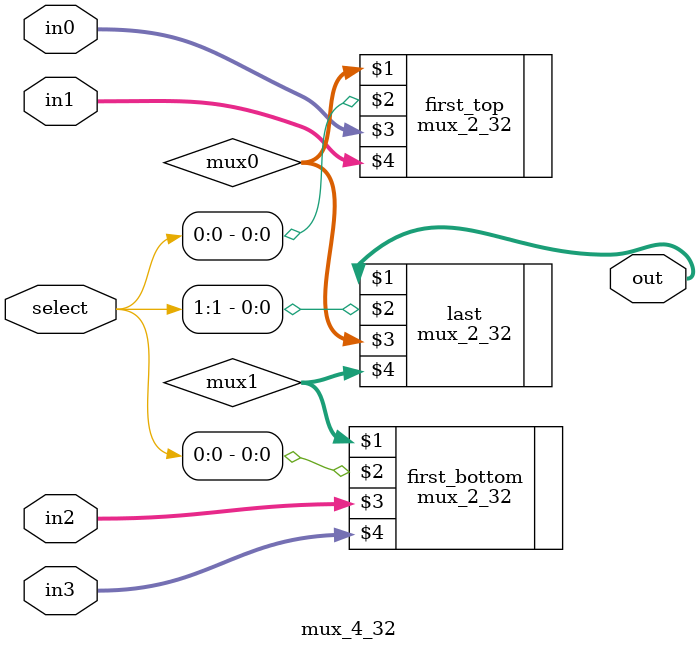
<source format=v>
module mux_4_32(out, select, in0, in1, in2, in3);
    input [1:0] select;
    input [31:0] in0, in1, in2, in3;
    output [31:0] out;
    wire [31:0] mux0, mux1;

    mux_2_32 first_top(mux0, select[0], in0, in1);
    mux_2_32 first_bottom(mux1, select[0], in2, in3);
    
    mux_2_32 last(out, select[1], mux0, mux1);

endmodule
</source>
